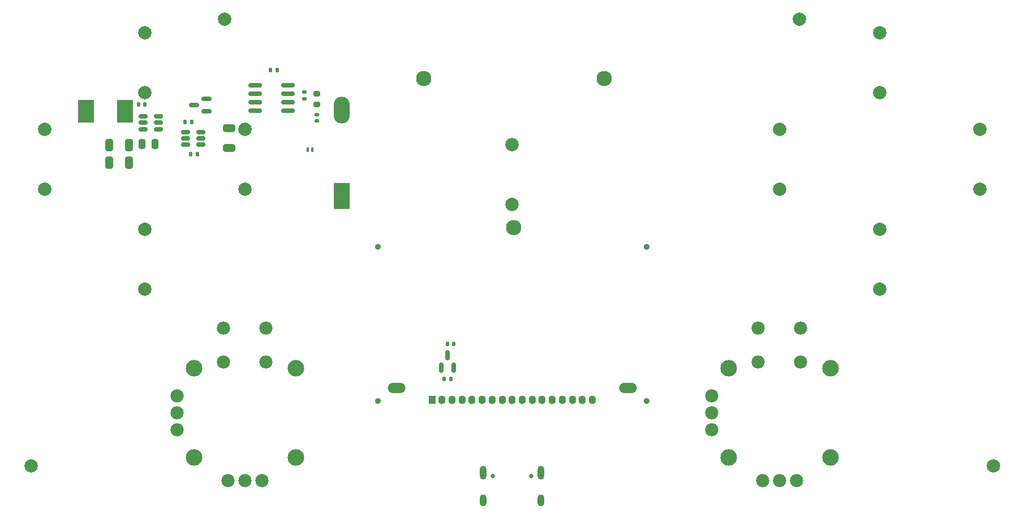
<source format=gbr>
%TF.GenerationSoftware,KiCad,Pcbnew,8.0.5*%
%TF.CreationDate,2025-03-17T23:34:24-04:00*%
%TF.ProjectId,Remote_Controller,52656d6f-7465-45f4-936f-6e74726f6c6c,rev?*%
%TF.SameCoordinates,Original*%
%TF.FileFunction,Soldermask,Bot*%
%TF.FilePolarity,Negative*%
%FSLAX46Y46*%
G04 Gerber Fmt 4.6, Leading zero omitted, Abs format (unit mm)*
G04 Created by KiCad (PCBNEW 8.0.5) date 2025-03-17 23:34:24*
%MOMM*%
%LPD*%
G01*
G04 APERTURE LIST*
G04 Aperture macros list*
%AMRoundRect*
0 Rectangle with rounded corners*
0 $1 Rounding radius*
0 $2 $3 $4 $5 $6 $7 $8 $9 X,Y pos of 4 corners*
0 Add a 4 corners polygon primitive as box body*
4,1,4,$2,$3,$4,$5,$6,$7,$8,$9,$2,$3,0*
0 Add four circle primitives for the rounded corners*
1,1,$1+$1,$2,$3*
1,1,$1+$1,$4,$5*
1,1,$1+$1,$6,$7*
1,1,$1+$1,$8,$9*
0 Add four rect primitives between the rounded corners*
20,1,$1+$1,$2,$3,$4,$5,0*
20,1,$1+$1,$4,$5,$6,$7,0*
20,1,$1+$1,$6,$7,$8,$9,0*
20,1,$1+$1,$8,$9,$2,$3,0*%
G04 Aperture macros list end*
%ADD10C,2.000000*%
%ADD11C,1.982000*%
%ADD12C,2.490000*%
%ADD13C,0.900000*%
%ADD14R,1.100000X1.300000*%
%ADD15O,1.100000X1.300000*%
%ADD16O,2.700000X1.500000*%
%ADD17C,0.650000*%
%ADD18O,1.000000X2.100000*%
%ADD19O,1.000000X1.800000*%
%ADD20RoundRect,0.140000X-0.140000X-0.170000X0.140000X-0.170000X0.140000X0.170000X-0.140000X0.170000X0*%
%ADD21RoundRect,0.050000X0.150000X0.300000X-0.150000X0.300000X-0.150000X-0.300000X0.150000X-0.300000X0*%
%ADD22RoundRect,0.250000X-0.325000X-0.650000X0.325000X-0.650000X0.325000X0.650000X-0.325000X0.650000X0*%
%ADD23RoundRect,0.135000X-0.135000X-0.185000X0.135000X-0.185000X0.135000X0.185000X-0.135000X0.185000X0*%
%ADD24RoundRect,0.150000X0.825000X0.150000X-0.825000X0.150000X-0.825000X-0.150000X0.825000X-0.150000X0*%
%ADD25RoundRect,0.150000X0.587500X0.150000X-0.587500X0.150000X-0.587500X-0.150000X0.587500X-0.150000X0*%
%ADD26C,2.300000*%
%ADD27R,2.410000X4.020000*%
%ADD28O,2.410000X4.020000*%
%ADD29R,2.413000X3.429000*%
%ADD30RoundRect,0.250000X-0.650000X0.325000X-0.650000X-0.325000X0.650000X-0.325000X0.650000X0.325000X0*%
%ADD31RoundRect,0.250000X0.250000X0.475000X-0.250000X0.475000X-0.250000X-0.475000X0.250000X-0.475000X0*%
%ADD32RoundRect,0.140000X0.140000X0.170000X-0.140000X0.170000X-0.140000X-0.170000X0.140000X-0.170000X0*%
%ADD33RoundRect,0.140000X-0.170000X0.140000X-0.170000X-0.140000X0.170000X-0.140000X0.170000X0.140000X0*%
%ADD34RoundRect,0.150000X0.150000X-0.587500X0.150000X0.587500X-0.150000X0.587500X-0.150000X-0.587500X0*%
%ADD35RoundRect,0.200000X-0.275000X0.200000X-0.275000X-0.200000X0.275000X-0.200000X0.275000X0.200000X0*%
%ADD36RoundRect,0.135000X0.185000X-0.135000X0.185000X0.135000X-0.185000X0.135000X-0.185000X-0.135000X0*%
%ADD37RoundRect,0.150000X0.512500X0.150000X-0.512500X0.150000X-0.512500X-0.150000X0.512500X-0.150000X0*%
%ADD38RoundRect,0.150000X-0.512500X-0.150000X0.512500X-0.150000X0.512500X0.150000X-0.512500X0.150000X0*%
G04 APERTURE END LIST*
D10*
%TO.C,H4*%
X213000000Y-117000000D03*
%TD*%
%TO.C,H3*%
X69000000Y-117000000D03*
%TD*%
%TO.C,H2*%
X98000000Y-50000000D03*
%TD*%
%TO.C,H1*%
X184000000Y-50000000D03*
%TD*%
%TO.C,SW304*%
X196000000Y-81500000D03*
X196000000Y-90500000D03*
%TD*%
%TO.C,SW307*%
X101000000Y-66500000D03*
X101000000Y-75500000D03*
%TD*%
%TO.C,SW303*%
X211000000Y-66500000D03*
X211000000Y-75500000D03*
%TD*%
D11*
%TO.C,JS302*%
X177825000Y-96300000D03*
X184175000Y-96300000D03*
X177825000Y-101380000D03*
X184175000Y-101380000D03*
X178460000Y-119160000D03*
X181000000Y-119160000D03*
X183540000Y-119160000D03*
D12*
X173380000Y-102332500D03*
X173380000Y-115667500D03*
X188620000Y-115667500D03*
X188620000Y-102332500D03*
D11*
X170840000Y-106460000D03*
X170840000Y-109000000D03*
X170840000Y-111540000D03*
%TD*%
D13*
%TO.C,U301*%
X120900000Y-84132500D03*
X120900000Y-107232500D03*
X161100000Y-84132500D03*
X161100000Y-107232500D03*
D14*
X129000000Y-107082500D03*
D15*
X130500000Y-107082500D03*
X132000000Y-107082500D03*
X133500000Y-107082500D03*
X135000000Y-107082500D03*
X136500000Y-107082500D03*
X138000000Y-107082500D03*
X139500000Y-107082500D03*
X141000000Y-107082500D03*
X142500000Y-107082500D03*
X144000000Y-107082500D03*
X145500000Y-107082500D03*
X147000000Y-107082500D03*
X148500000Y-107082500D03*
X150000000Y-107082500D03*
X151500000Y-107082500D03*
X153000000Y-107082500D03*
D16*
X123700000Y-105282500D03*
X158300000Y-105282500D03*
%TD*%
D17*
%TO.C,J201*%
X138090000Y-118500000D03*
X143870000Y-118500000D03*
D18*
X136660000Y-118000000D03*
D19*
X136660000Y-122180000D03*
D18*
X145300000Y-118000000D03*
D19*
X145300000Y-122180000D03*
%TD*%
D10*
%TO.C,SW101*%
X141000000Y-77800000D03*
X141000000Y-68800000D03*
%TD*%
D11*
%TO.C,JS301*%
X97825000Y-96300000D03*
X104175000Y-96300000D03*
X97825000Y-101380000D03*
X104175000Y-101380000D03*
X98460000Y-119160000D03*
X101000000Y-119160000D03*
X103540000Y-119160000D03*
D12*
X93380000Y-102332500D03*
X93380000Y-115667500D03*
X108620000Y-115667500D03*
X108620000Y-102332500D03*
D11*
X90840000Y-106460000D03*
X90840000Y-109000000D03*
X90840000Y-111540000D03*
%TD*%
D10*
%TO.C,SW306*%
X71000000Y-66500000D03*
X71000000Y-75500000D03*
%TD*%
%TO.C,SW302*%
X181000000Y-66500000D03*
X181000000Y-75500000D03*
%TD*%
%TO.C,SW305*%
X86000000Y-52000000D03*
X86000000Y-61000000D03*
%TD*%
%TO.C,SW301*%
X196000000Y-52000000D03*
X196000000Y-61000000D03*
%TD*%
%TO.C,SW308*%
X86000000Y-81500000D03*
X86000000Y-90500000D03*
%TD*%
D20*
%TO.C,C101*%
X85081000Y-62780000D03*
X86041000Y-62780000D03*
%TD*%
%TO.C,C110*%
X130840000Y-103900000D03*
X131800000Y-103900000D03*
%TD*%
D21*
%TO.C,D101*%
X111100000Y-69600000D03*
X110400000Y-69600000D03*
%TD*%
D22*
%TO.C,C104*%
X80711000Y-71480000D03*
X83661000Y-71480000D03*
%TD*%
D23*
%TO.C,R102*%
X104815000Y-57600000D03*
X105835000Y-57600000D03*
%TD*%
D22*
%TO.C,C105*%
X80711000Y-68880000D03*
X83661000Y-68880000D03*
%TD*%
D24*
%TO.C,Q101*%
X107475000Y-59895000D03*
X107475000Y-61165000D03*
X107475000Y-62435000D03*
X107475000Y-63705000D03*
X102525000Y-63705000D03*
X102525000Y-62435000D03*
X102525000Y-61165000D03*
X102525000Y-59895000D03*
%TD*%
D25*
%TO.C,Q102*%
X95237500Y-61925000D03*
X95237500Y-63825000D03*
X93362500Y-62875000D03*
%TD*%
D20*
%TO.C,C109*%
X131300000Y-98700000D03*
X132260000Y-98700000D03*
%TD*%
D26*
%TO.C,BT101*%
X127770000Y-58865000D03*
X141260000Y-81215000D03*
X154740000Y-58865000D03*
D27*
X115480000Y-76485000D03*
D28*
X115480000Y-63605000D03*
%TD*%
D29*
%TO.C,L101*%
X83082000Y-63780000D03*
X77240000Y-63780000D03*
%TD*%
D30*
%TO.C,C107*%
X98625000Y-66375000D03*
X98625000Y-69325000D03*
%TD*%
D31*
%TO.C,C103*%
X87536000Y-68680000D03*
X85636000Y-68680000D03*
%TD*%
D32*
%TO.C,C106*%
X93030000Y-65375000D03*
X92070000Y-65375000D03*
%TD*%
D33*
%TO.C,C102*%
X111800000Y-64320000D03*
X111800000Y-65280000D03*
%TD*%
D34*
%TO.C,U103*%
X132265000Y-102257500D03*
X130365000Y-102257500D03*
X131315000Y-100382500D03*
%TD*%
D35*
%TO.C,R103*%
X111800000Y-61175000D03*
X111800000Y-62825000D03*
%TD*%
D32*
%TO.C,C108*%
X93880000Y-70225000D03*
X92920000Y-70225000D03*
%TD*%
D36*
%TO.C,R101*%
X109900000Y-61920000D03*
X109900000Y-60900000D03*
%TD*%
D37*
%TO.C,U101*%
X88061000Y-64580000D03*
X88061000Y-65530000D03*
X88061000Y-66480000D03*
X85786000Y-66480000D03*
X85786000Y-65530000D03*
X85786000Y-64580000D03*
%TD*%
D38*
%TO.C,U102*%
X92112500Y-68800000D03*
X92112500Y-67850000D03*
X92112500Y-66900000D03*
X94387500Y-66900000D03*
X94387500Y-67850000D03*
X94387500Y-68800000D03*
%TD*%
M02*

</source>
